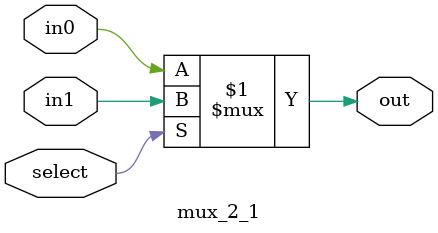
<source format=v>
module mux_2_1(out, select, in0, in1);
    input select;
    input in0, in1;
    output out;
    assign out = select ? in1 : in0;
endmodule
</source>
